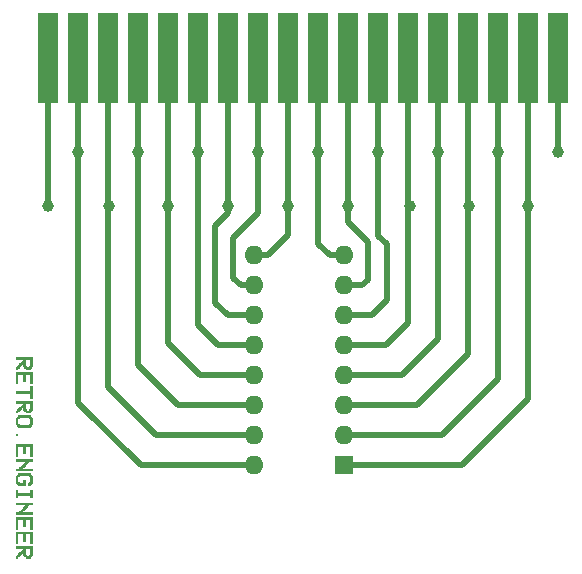
<source format=gbr>
%TF.GenerationSoftware,KiCad,Pcbnew,8.0.8*%
%TF.CreationDate,2025-03-09T11:33:26+01:00*%
%TF.ProjectId,HP 10529A reference card,48502031-3035-4323-9941-207265666572,rev?*%
%TF.SameCoordinates,Original*%
%TF.FileFunction,Copper,L1,Top*%
%TF.FilePolarity,Positive*%
%FSLAX46Y46*%
G04 Gerber Fmt 4.6, Leading zero omitted, Abs format (unit mm)*
G04 Created by KiCad (PCBNEW 8.0.8) date 2025-03-09 11:33:26*
%MOMM*%
%LPD*%
G01*
G04 APERTURE LIST*
%ADD10C,0.300000*%
%TA.AperFunction,ConnectorPad*%
%ADD11R,1.780000X7.620000*%
%TD*%
%TA.AperFunction,ComponentPad*%
%ADD12R,1.600000X1.600000*%
%TD*%
%TA.AperFunction,ComponentPad*%
%ADD13O,1.600000X1.600000*%
%TD*%
%TA.AperFunction,ViaPad*%
%ADD14C,1.000000*%
%TD*%
%TA.AperFunction,Conductor*%
%ADD15C,0.500000*%
%TD*%
G04 APERTURE END LIST*
D10*
G36*
X157575969Y-56200715D02*
G01*
X157470457Y-56200715D01*
X157470457Y-56304030D01*
X157364944Y-56304030D01*
X157364944Y-56406978D01*
X156942892Y-56406978D01*
X156942892Y-56304030D01*
X156837379Y-56304030D01*
X156837379Y-56200715D01*
X156731866Y-56200715D01*
X156731866Y-56074319D01*
X156966339Y-56074319D01*
X157065990Y-56074319D01*
X157065990Y-56177267D01*
X157241845Y-56177267D01*
X157241845Y-56074319D01*
X157341496Y-56074319D01*
X157341496Y-55582658D01*
X156966339Y-55582658D01*
X156966339Y-56074319D01*
X156731866Y-56074319D01*
X156731866Y-55994818D01*
X156649801Y-55994818D01*
X156649801Y-56097766D01*
X156544288Y-56097766D01*
X156544288Y-56200715D01*
X156438775Y-56200715D01*
X156438775Y-56304030D01*
X156333262Y-56304030D01*
X156333262Y-56406978D01*
X156098789Y-56406978D01*
X156098789Y-56177267D01*
X156204302Y-56177267D01*
X156204302Y-56074319D01*
X156309815Y-56074319D01*
X156309815Y-55971371D01*
X156415327Y-55971371D01*
X156415327Y-55868422D01*
X156520840Y-55868422D01*
X156520840Y-55765108D01*
X156626353Y-55765108D01*
X156626353Y-55662159D01*
X156731866Y-55662159D01*
X156731866Y-55582658D01*
X156098789Y-55582658D01*
X156098789Y-55352948D01*
X157575969Y-55352948D01*
X157575969Y-56200715D01*
G37*
G36*
X157575969Y-57636496D02*
G01*
X157341496Y-57636496D01*
X157341496Y-56812177D01*
X156966339Y-56812177D01*
X156966339Y-57430233D01*
X156731866Y-57430233D01*
X156731866Y-56812177D01*
X156333262Y-56812177D01*
X156333262Y-57636496D01*
X156098789Y-57636496D01*
X156098789Y-56582466D01*
X157575969Y-56582466D01*
X157575969Y-57636496D01*
G37*
G36*
X157341496Y-58224145D02*
G01*
X157341496Y-57811985D01*
X157575969Y-57811985D01*
X157575969Y-58866015D01*
X157341496Y-58866015D01*
X157341496Y-58453855D01*
X156098789Y-58453855D01*
X156098789Y-58224145D01*
X157341496Y-58224145D01*
G37*
G36*
X157575969Y-59889270D02*
G01*
X157470457Y-59889270D01*
X157470457Y-59992585D01*
X157364944Y-59992585D01*
X157364944Y-60095533D01*
X156942892Y-60095533D01*
X156942892Y-59992585D01*
X156837379Y-59992585D01*
X156837379Y-59889270D01*
X156731866Y-59889270D01*
X156731866Y-59762875D01*
X156966339Y-59762875D01*
X157065990Y-59762875D01*
X157065990Y-59865823D01*
X157241845Y-59865823D01*
X157241845Y-59762875D01*
X157341496Y-59762875D01*
X157341496Y-59271214D01*
X156966339Y-59271214D01*
X156966339Y-59762875D01*
X156731866Y-59762875D01*
X156731866Y-59683374D01*
X156649801Y-59683374D01*
X156649801Y-59786322D01*
X156544288Y-59786322D01*
X156544288Y-59889270D01*
X156438775Y-59889270D01*
X156438775Y-59992585D01*
X156333262Y-59992585D01*
X156333262Y-60095533D01*
X156098789Y-60095533D01*
X156098789Y-59865823D01*
X156204302Y-59865823D01*
X156204302Y-59762875D01*
X156309815Y-59762875D01*
X156309815Y-59659926D01*
X156415327Y-59659926D01*
X156415327Y-59556978D01*
X156520840Y-59556978D01*
X156520840Y-59453663D01*
X156626353Y-59453663D01*
X156626353Y-59350715D01*
X156731866Y-59350715D01*
X156731866Y-59271214D01*
X156098789Y-59271214D01*
X156098789Y-59041503D01*
X157575969Y-59041503D01*
X157575969Y-59889270D01*
G37*
G36*
X157364944Y-60374337D02*
G01*
X157470457Y-60374337D01*
X157470457Y-60477285D01*
X157575969Y-60477285D01*
X157575969Y-61118789D01*
X157470457Y-61118789D01*
X157470457Y-61222103D01*
X157364944Y-61222103D01*
X157364944Y-61325052D01*
X156309815Y-61325052D01*
X156309815Y-61222103D01*
X156204302Y-61222103D01*
X156204302Y-61118789D01*
X156098789Y-61118789D01*
X156098789Y-60603681D01*
X156333262Y-60603681D01*
X156333262Y-60992393D01*
X156427051Y-60992393D01*
X156427051Y-61095341D01*
X157247707Y-61095341D01*
X157247707Y-60992393D01*
X157341496Y-60992393D01*
X157341496Y-60603681D01*
X157247707Y-60603681D01*
X157247707Y-60500732D01*
X156427051Y-60500732D01*
X156427051Y-60603681D01*
X156333262Y-60603681D01*
X156098789Y-60603681D01*
X156098789Y-60477285D01*
X156204302Y-60477285D01*
X156204302Y-60374337D01*
X156309815Y-60374337D01*
X156309815Y-60271022D01*
X157364944Y-60271022D01*
X157364944Y-60374337D01*
G37*
G36*
X156333262Y-62039462D02*
G01*
X156098789Y-62039462D01*
X156098789Y-61809752D01*
X156333262Y-61809752D01*
X156333262Y-62039462D01*
G37*
G36*
X157575969Y-63784089D02*
G01*
X157341496Y-63784089D01*
X157341496Y-62959769D01*
X156966339Y-62959769D01*
X156966339Y-63577826D01*
X156731866Y-63577826D01*
X156731866Y-62959769D01*
X156333262Y-62959769D01*
X156333262Y-63784089D01*
X156098789Y-63784089D01*
X156098789Y-62730059D01*
X157575969Y-62730059D01*
X157575969Y-63784089D01*
G37*
G36*
X156923108Y-64189288D02*
G01*
X156098789Y-64189288D01*
X156098789Y-63959577D01*
X157575969Y-63959577D01*
X157575969Y-64189288D01*
X157266758Y-64189288D01*
X157266758Y-64292236D01*
X157163810Y-64292236D01*
X157163810Y-64395184D01*
X157060861Y-64395184D01*
X157060861Y-64498133D01*
X156957547Y-64498133D01*
X156957547Y-64601448D01*
X156854598Y-64601448D01*
X156854598Y-64704396D01*
X156751650Y-64704396D01*
X156751650Y-64783897D01*
X157575969Y-64783897D01*
X157575969Y-65013607D01*
X156098789Y-65013607D01*
X156098789Y-64783897D01*
X156408000Y-64783897D01*
X156408000Y-64680949D01*
X156510949Y-64680949D01*
X156510949Y-64578000D01*
X156614263Y-64578000D01*
X156614263Y-64474685D01*
X156717212Y-64474685D01*
X156717212Y-64371737D01*
X156820160Y-64371737D01*
X156820160Y-64268789D01*
X156923108Y-64268789D01*
X156923108Y-64189288D01*
G37*
G36*
X157364944Y-66140177D02*
G01*
X157364944Y-66243126D01*
X157130471Y-66243126D01*
X157130471Y-66013415D01*
X157247707Y-66013415D01*
X157247707Y-65910467D01*
X157341496Y-65910467D01*
X157341496Y-65521755D01*
X157247707Y-65521755D01*
X157247707Y-65418806D01*
X156427051Y-65418806D01*
X156427051Y-65521755D01*
X156333262Y-65521755D01*
X156333262Y-65910467D01*
X156427051Y-65910467D01*
X156427051Y-66013415D01*
X156731866Y-66013415D01*
X156731866Y-65704570D01*
X156966339Y-65704570D01*
X156966339Y-66243126D01*
X156309815Y-66243126D01*
X156309815Y-66140177D01*
X156204302Y-66140177D01*
X156204302Y-66036863D01*
X156098789Y-66036863D01*
X156098789Y-65395359D01*
X156204302Y-65395359D01*
X156204302Y-65292411D01*
X156309815Y-65292411D01*
X156309815Y-65189096D01*
X157364944Y-65189096D01*
X157364944Y-65292411D01*
X157458733Y-65292411D01*
X157458733Y-65395359D01*
X157575969Y-65395359D01*
X157575969Y-66036863D01*
X157458733Y-66036863D01*
X157458733Y-66140177D01*
X157364944Y-66140177D01*
G37*
G36*
X156098789Y-66624877D02*
G01*
X156333262Y-66624877D01*
X156333262Y-66830774D01*
X157341496Y-66830774D01*
X157341496Y-66624877D01*
X157575969Y-66624877D01*
X157575969Y-67266381D01*
X157341496Y-67266381D01*
X157341496Y-67060484D01*
X156333262Y-67060484D01*
X156333262Y-67266381D01*
X156098789Y-67266381D01*
X156098789Y-66624877D01*
G37*
G36*
X156923108Y-67877843D02*
G01*
X156098789Y-67877843D01*
X156098789Y-67648133D01*
X157575969Y-67648133D01*
X157575969Y-67877843D01*
X157266758Y-67877843D01*
X157266758Y-67980792D01*
X157163810Y-67980792D01*
X157163810Y-68083740D01*
X157060861Y-68083740D01*
X157060861Y-68186688D01*
X156957547Y-68186688D01*
X156957547Y-68290003D01*
X156854598Y-68290003D01*
X156854598Y-68392951D01*
X156751650Y-68392951D01*
X156751650Y-68472452D01*
X157575969Y-68472452D01*
X157575969Y-68702163D01*
X156098789Y-68702163D01*
X156098789Y-68472452D01*
X156408000Y-68472452D01*
X156408000Y-68369504D01*
X156510949Y-68369504D01*
X156510949Y-68266556D01*
X156614263Y-68266556D01*
X156614263Y-68163241D01*
X156717212Y-68163241D01*
X156717212Y-68060293D01*
X156820160Y-68060293D01*
X156820160Y-67957344D01*
X156923108Y-67957344D01*
X156923108Y-67877843D01*
G37*
G36*
X157575969Y-69931681D02*
G01*
X157341496Y-69931681D01*
X157341496Y-69107362D01*
X156966339Y-69107362D01*
X156966339Y-69725418D01*
X156731866Y-69725418D01*
X156731866Y-69107362D01*
X156333262Y-69107362D01*
X156333262Y-69931681D01*
X156098789Y-69931681D01*
X156098789Y-68877651D01*
X157575969Y-68877651D01*
X157575969Y-69931681D01*
G37*
G36*
X157575969Y-71161200D02*
G01*
X157341496Y-71161200D01*
X157341496Y-70336880D01*
X156966339Y-70336880D01*
X156966339Y-70954937D01*
X156731866Y-70954937D01*
X156731866Y-70336880D01*
X156333262Y-70336880D01*
X156333262Y-71161200D01*
X156098789Y-71161200D01*
X156098789Y-70107170D01*
X157575969Y-70107170D01*
X157575969Y-71161200D01*
G37*
G36*
X157575969Y-72184455D02*
G01*
X157470457Y-72184455D01*
X157470457Y-72287770D01*
X157364944Y-72287770D01*
X157364944Y-72390718D01*
X156942892Y-72390718D01*
X156942892Y-72287770D01*
X156837379Y-72287770D01*
X156837379Y-72184455D01*
X156731866Y-72184455D01*
X156731866Y-72058060D01*
X156966339Y-72058060D01*
X157065990Y-72058060D01*
X157065990Y-72161008D01*
X157241845Y-72161008D01*
X157241845Y-72058060D01*
X157341496Y-72058060D01*
X157341496Y-71566399D01*
X156966339Y-71566399D01*
X156966339Y-72058060D01*
X156731866Y-72058060D01*
X156731866Y-71978558D01*
X156649801Y-71978558D01*
X156649801Y-72081507D01*
X156544288Y-72081507D01*
X156544288Y-72184455D01*
X156438775Y-72184455D01*
X156438775Y-72287770D01*
X156333262Y-72287770D01*
X156333262Y-72390718D01*
X156098789Y-72390718D01*
X156098789Y-72161008D01*
X156204302Y-72161008D01*
X156204302Y-72058060D01*
X156309815Y-72058060D01*
X156309815Y-71955111D01*
X156415327Y-71955111D01*
X156415327Y-71852163D01*
X156520840Y-71852163D01*
X156520840Y-71748848D01*
X156626353Y-71748848D01*
X156626353Y-71645900D01*
X156731866Y-71645900D01*
X156731866Y-71566399D01*
X156098789Y-71566399D01*
X156098789Y-71336688D01*
X157575969Y-71336688D01*
X157575969Y-72184455D01*
G37*
D11*
%TO.P,REF\u002A\u002A,81*%
%TO.N,N/C*%
X158850000Y-30040000D03*
%TO.P,REF\u002A\u002A,82*%
X161390000Y-30040000D03*
%TO.P,REF\u002A\u002A,83*%
X163930000Y-30040000D03*
%TO.P,REF\u002A\u002A,84*%
X166470000Y-30040000D03*
%TO.P,REF\u002A\u002A,85*%
X169010000Y-30040000D03*
%TO.P,REF\u002A\u002A,86*%
X171550000Y-30040000D03*
%TO.P,REF\u002A\u002A,87*%
X174090000Y-30040000D03*
%TO.P,REF\u002A\u002A,88*%
X176630000Y-30040000D03*
%TO.P,REF\u002A\u002A,89*%
X179170000Y-30040000D03*
%TO.P,REF\u002A\u002A,90*%
X181710000Y-30040000D03*
%TO.P,REF\u002A\u002A,91*%
X184250000Y-30040000D03*
%TO.P,REF\u002A\u002A,92*%
X186790000Y-30040000D03*
%TO.P,REF\u002A\u002A,93*%
X189330000Y-30040000D03*
%TO.P,REF\u002A\u002A,94*%
X191870000Y-30040000D03*
%TO.P,REF\u002A\u002A,95*%
X194410000Y-30040000D03*
%TO.P,REF\u002A\u002A,96*%
X196950000Y-30040000D03*
%TO.P,REF\u002A\u002A,97*%
X199490000Y-30040000D03*
%TO.P,REF\u002A\u002A,98*%
X202030000Y-30040000D03*
%TD*%
D12*
%TO.P,REF\u002A\u002A,1*%
%TO.N,N/C*%
X183900000Y-64490000D03*
D13*
%TO.P,REF\u002A\u002A,2*%
X183900000Y-61950000D03*
%TO.P,REF\u002A\u002A,3*%
X183900000Y-59410000D03*
%TO.P,REF\u002A\u002A,4*%
X183900000Y-56870000D03*
%TO.P,REF\u002A\u002A,5*%
X183900000Y-54330000D03*
%TO.P,REF\u002A\u002A,6*%
X183900000Y-51790000D03*
%TO.P,REF\u002A\u002A,7*%
X183900000Y-49250000D03*
%TO.P,REF\u002A\u002A,8*%
X183900000Y-46710000D03*
%TO.P,REF\u002A\u002A,9*%
X176280000Y-46710000D03*
%TO.P,REF\u002A\u002A,10*%
X176280000Y-49250000D03*
%TO.P,REF\u002A\u002A,11*%
X176280000Y-51790000D03*
%TO.P,REF\u002A\u002A,12*%
X176280000Y-54330000D03*
%TO.P,REF\u002A\u002A,13*%
X176280000Y-56870000D03*
%TO.P,REF\u002A\u002A,14*%
X176280000Y-59410000D03*
%TO.P,REF\u002A\u002A,15*%
X176280000Y-61950000D03*
%TO.P,REF\u002A\u002A,16*%
X176280000Y-64490000D03*
%TD*%
D14*
%TO.N,*%
X179170000Y-42500000D03*
X161390000Y-38000000D03*
X194500000Y-42500000D03*
X184250000Y-42500000D03*
X174090000Y-42500000D03*
X166470000Y-38000000D03*
X176630000Y-38000000D03*
X158850000Y-42500000D03*
X189500000Y-42500000D03*
X164000000Y-42500000D03*
X202030000Y-38000000D03*
X171550000Y-38000000D03*
X191870000Y-38000000D03*
X169010000Y-42500000D03*
X196950000Y-38000000D03*
X181710000Y-38000000D03*
X199490000Y-42500000D03*
X186790000Y-38000000D03*
%TD*%
D15*
%TO.N,*%
X158850000Y-42400000D02*
X158850000Y-31040000D01*
X176280000Y-49250000D02*
X175140000Y-49250000D01*
X175140000Y-49250000D02*
X174520000Y-48630000D01*
X174520000Y-48630000D02*
X174520000Y-45290000D01*
X174520000Y-45290000D02*
X176640000Y-43170000D01*
X176640000Y-43170000D02*
X176640000Y-38010000D01*
X176640000Y-38010000D02*
X176630000Y-38000000D01*
X199490000Y-42500000D02*
X199490000Y-58890000D01*
X183900000Y-64490000D02*
X193890000Y-64490000D01*
X193890000Y-64490000D02*
X199490000Y-58890000D01*
X196950000Y-38000000D02*
X196950000Y-57180000D01*
X183900000Y-61950000D02*
X192180000Y-61950000D01*
X192180000Y-61950000D02*
X196950000Y-57180000D01*
X194410000Y-42590000D02*
X194410000Y-55070000D01*
X183900000Y-59410000D02*
X190070000Y-59410000D01*
X190070000Y-59410000D02*
X194410000Y-55070000D01*
X191870000Y-38000000D02*
X191870000Y-53830000D01*
X183900000Y-56870000D02*
X188830000Y-56870000D01*
X188830000Y-56870000D02*
X191870000Y-53830000D01*
X189330000Y-42670000D02*
X189330000Y-52430000D01*
X183900000Y-54330000D02*
X187430000Y-54330000D01*
X187430000Y-54330000D02*
X189330000Y-52430000D01*
X187500000Y-45750000D02*
X187500000Y-50520000D01*
X183900000Y-51790000D02*
X186230000Y-51790000D01*
X186230000Y-51790000D02*
X187500000Y-50520000D01*
X183900000Y-49250000D02*
X185440000Y-49250000D01*
X185910000Y-48780000D02*
X185910000Y-45570000D01*
X185910000Y-45570000D02*
X184250000Y-43910000D01*
X185440000Y-49250000D02*
X185910000Y-48780000D01*
X184250000Y-43910000D02*
X184250000Y-42500000D01*
X161390000Y-38000000D02*
X161390000Y-59210000D01*
X176280000Y-64490000D02*
X166670000Y-64490000D01*
X166670000Y-64490000D02*
X161390000Y-59210000D01*
X163930000Y-42570000D02*
X163930000Y-57870000D01*
X168010000Y-61950000D02*
X163930000Y-57870000D01*
X176280000Y-61950000D02*
X168010000Y-61950000D01*
X166470000Y-38000000D02*
X166470000Y-56030000D01*
X176280000Y-59410000D02*
X169850000Y-59410000D01*
X169850000Y-59410000D02*
X166470000Y-56030000D01*
X169010000Y-42500000D02*
X169010000Y-54180000D01*
X176280000Y-56870000D02*
X171700000Y-56870000D01*
X171700000Y-56870000D02*
X169010000Y-54180000D01*
X171550000Y-38000000D02*
X171550000Y-52630000D01*
X176280000Y-54330000D02*
X173250000Y-54330000D01*
X173250000Y-54330000D02*
X171550000Y-52630000D01*
X176280000Y-51790000D02*
X174070000Y-51790000D01*
X174070000Y-51790000D02*
X173000000Y-50720000D01*
X174090000Y-43160000D02*
X174090000Y-42500000D01*
X173000000Y-50720000D02*
X173000000Y-44250000D01*
X173000000Y-44250000D02*
X174090000Y-43160000D01*
X176280000Y-46710000D02*
X177490000Y-46710000D01*
X177490000Y-46710000D02*
X179170000Y-45030000D01*
X183900000Y-46710000D02*
X182690000Y-46710000D01*
X182690000Y-46710000D02*
X181710000Y-45730000D01*
X186790000Y-38000000D02*
X186790000Y-45040000D01*
X164000000Y-42500000D02*
X163930000Y-42430000D01*
X191870000Y-38000000D02*
X191870000Y-31040000D01*
X181710000Y-38000000D02*
X181710000Y-45730000D01*
X181710000Y-31040000D02*
X181710000Y-38000000D01*
X184250000Y-42500000D02*
X184250000Y-31040000D01*
X171550000Y-38000000D02*
X171550000Y-31040000D01*
X194410000Y-42410000D02*
X194410000Y-31040000D01*
X174090000Y-42500000D02*
X174090000Y-31040000D01*
X199490000Y-42500000D02*
X199490000Y-31040000D01*
X189500000Y-42500000D02*
X189330000Y-42330000D01*
X166470000Y-38000000D02*
X166470000Y-31040000D01*
X179170000Y-31040000D02*
X179170000Y-42500000D01*
X186790000Y-38000000D02*
X186790000Y-31040000D01*
X194500000Y-42500000D02*
X194410000Y-42410000D01*
X161390000Y-38000000D02*
X161390000Y-31040000D01*
X196950000Y-38000000D02*
X196950000Y-31040000D01*
X164000000Y-42500000D02*
X163930000Y-42570000D01*
X194500000Y-42500000D02*
X194410000Y-42590000D01*
X169010000Y-42500000D02*
X169010000Y-31040000D01*
X202030000Y-31040000D02*
X202030000Y-38000000D01*
X163930000Y-42430000D02*
X163930000Y-31040000D01*
X179170000Y-42500000D02*
X179170000Y-45030000D01*
X186790000Y-45040000D02*
X187500000Y-45750000D01*
X189330000Y-42330000D02*
X189330000Y-31040000D01*
X189500000Y-42500000D02*
X189330000Y-42670000D01*
X176630000Y-38000000D02*
X176630000Y-31040000D01*
%TD*%
M02*

</source>
